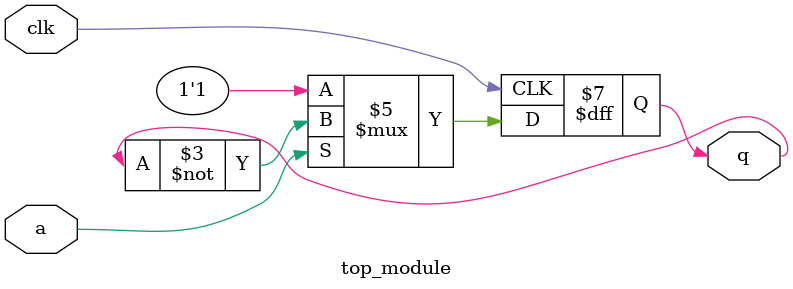
<source format=sv>
module top_module (
	input clk,
	input a, 
	output reg q
);

always @(posedge clk) begin
	if (a == 1'b0)
		q <= 1'b1;
	else
		q <= ~q;
end

endmodule

</source>
